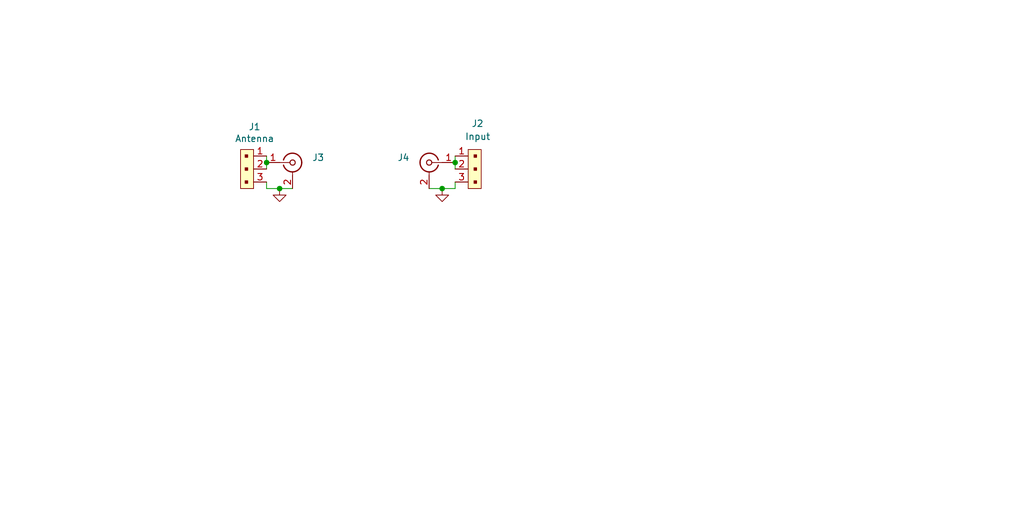
<source format=kicad_sch>
(kicad_sch (version 20240819) (generator "eeschema") (generator_version "8.99")
  (paper "User" 200 99.9998)
  (title_block (title "Test Board for 'Pluggable BPF'") (date "2024-09-29") (rev "V1.00") (company "VU3CER"))
  (lib_symbols
    (symbol "0022232031_1" (pin_names (offset 1.016))
      (property "Reference" "J1" (at -5.715 0.2032 90))
      (property "Value" "Antenna" (at -3.4036 0.2032 90))
      (symbol "0022232031_1_1_1"
        (rectangle (start -1.27 0) (end 6.35 -2.54) (fill (type background)))
        (rectangle (start -0.254 -1.143) (end 0.254 -1.651) (fill (type outline)))
        (rectangle (start 2.286 -1.143) (end 2.794 -1.651) (fill (type outline)))
        (rectangle (start 4.826 -1.143) (end 5.334 -1.651) (fill (type outline)))
        (pin passive line (at 0 2.54 270) (length 2.54) (name "~") (number "1"))
        (pin passive line (at 2.54 2.54 270) (length 2.54) (name "~") (number "2"))
        (pin passive line (at 5.08 2.54 270) (length 2.54) (name "~") (number "3"))
      )
    )
    (symbol "Connector:Conn_Coaxial" (pin_names (offset 1.016) hide)
      (property "Reference" "J" (at 0.254 3.048 0))
      (property "Value" "Conn_Coaxial" (at 2.921 0 90))
      (symbol "Conn_Coaxial_0_1"
        (polyline (pts (xy -2.54 0) (xy -0.508 0)))
        (arc (start 1.778 0) (mid 0.222 -1.8079) (end -1.778 -0.508) (stroke (width 0.254)))
        (arc (start -1.778 0.508) (mid 0.2221 1.8084) (end 1.778 0) (stroke (width 0.254)))
        (circle (center 0 0) (radius 0.508) (stroke (width 0.2032)))
        (polyline (pts (xy 0 -2.54) (xy 0 -1.778)))
      )
      (symbol "Conn_Coaxial_1_1"
        (pin passive line (at -5.08 0 0) (length 2.54) (name "In") (number "1"))
        (pin passive line (at 0 -5.08 90) (length 2.54) (name "Ext") (number "2"))
      )
    )
    (symbol "dk_Rectangular-Connectors-Headers-Male-Pins:0022232031" (pin_names (offset 1.016))
      (property "Reference" "J" (at -2.54 1.27 0))
      (property "Value" "0022232031" (at 2.54 -3.81 0))
      (symbol "0022232031_1_1"
        (rectangle (start -1.27 0) (end 6.35 -2.54) (fill (type background)))
        (rectangle (start -0.254 -1.143) (end 0.254 -1.651) (fill (type outline)))
        (rectangle (start 2.286 -1.143) (end 2.794 -1.651) (fill (type outline)))
        (rectangle (start 4.826 -1.143) (end 5.334 -1.651) (fill (type outline)))
        (pin passive line (at 0 2.54 270) (length 2.54) (name "~") (number "1"))
        (pin passive line (at 2.54 2.54 270) (length 2.54) (name "~") (number "2"))
        (pin passive line (at 5.08 2.54 270) (length 2.54) (name "~") (number "3"))
      )
    )
    (symbol "power:GND" (power) (pin_numbers hide) (pin_names (offset 0) hide)
      (property "Value" "GND" (at 0 -3.81 0))
      (symbol "GND_0_1"
        (polyline (pts (xy 0 0) (xy 0 -1.27) (xy 1.27 -1.27) (xy 0 -2.54) (xy -1.27 -1.27) (xy 0 -1.27)))
      )
      (symbol "GND_1_1"
        (pin power_in line (at 0 0 270) (length 0) (name "~") (number "1"))
      )
    )
  )
  (junction (at 54.61 36.83))
  (junction (at 88.9 31.75))
  (junction (at 86.36 36.83))
  (junction (at 52.07 31.75))
  (wire (pts (xy 83.82 36.83) (xy 86.36 36.83)))
  (wire (pts (xy 52.07 35.56) (xy 52.07 36.83)))
  (wire (pts (xy 54.61 36.83) (xy 57.15 36.83)))
  (wire (pts (xy 52.07 30.48) (xy 52.07 31.75)))
  (wire (pts (xy 52.07 31.75) (xy 52.07 33.02)))
  (wire (pts (xy 88.9 36.83) (xy 88.9 35.56)))
  (wire (pts (xy 52.07 36.83) (xy 54.61 36.83)))
  (wire (pts (xy 88.9 31.75) (xy 88.9 30.48)))
  (wire (pts (xy 86.36 36.83) (xy 88.9 36.83)))
  (wire (pts (xy 88.9 33.02) (xy 88.9 31.75)))
  (symbol (lib_id "dk_Rectangular-Connectors-Headers-Male-Pins:0022232031") (at 91.44 30.48 90) (mirror x) (unit 1)
    (property "Reference" "J2" (at 92.075 24.13 90) (effects (justify right)))
    (property "Value" "Input" (at 90.805 26.67 90) (effects (justify right)))
    (property "Footprint" "footprints:PinHeader_1x3_P2.54mm_Drill1.02mm_Modded_2" (effects (hide yes)))
    (property "Datasheet" "https://www.molex.com/pdm_docs/sd/022232031_sd.pdf" (effects (hide yes)))
    (property "Description" "CONN HEADER VERT 3POS 2.54MM" (effects (hide yes)))
    (property "Digi-Key_PN" "WM4201-ND" (effects (hide yes)))
    (property "MPN" "0022232031" (effects (hide yes)))
    (property "Category" "Connectors, Interconnects" (effects (hide yes)))
    (property "Family" "Rectangular Connectors - Headers, Male Pins" (effects (hide yes)))
    (property "DK_Datasheet_Link" "https://www.molex.com/pdm_docs/sd/022232031_sd.pdf" (effects (hide yes)))
    (property "DK_Detail_Page" "/product-detail/en/molex/0022232031/WM4201-ND/26669" (effects (hide yes)))
    (property "Manufacturer" "Molex" (effects (hide yes)))
    (property "Status" "Active" (effects (hide yes)))
  )
  (symbol (lib_name "0022232031_1") (lib_id "dk_Rectangular-Connectors-Headers-Male-Pins:0022232031") (at 49.53 30.48 270) (unit 1)
    (property "Reference" "J1" (at 49.7332 24.765 90))
    (property "Value" "Antenna" (at 49.7332 27.0764 90))
    (property "Footprint" "footprints:PinHeader_1x3_P2.54mm_Drill1.02mm_Modded_2" (effects (hide yes)))
    (property "Datasheet" "https://www.molex.com/pdm_docs/sd/022232031_sd.pdf" (effects (hide yes)))
    (property "Description" "CONN HEADER VERT 3POS 2.54MM" (effects (hide yes)))
    (property "Digi-Key_PN" "WM4201-ND" (effects (hide yes)))
    (property "MPN" "0022232031" (effects (hide yes)))
    (property "Category" "Connectors, Interconnects" (effects (hide yes)))
    (property "Family" "Rectangular Connectors - Headers, Male Pins" (effects (hide yes)))
    (property "DK_Datasheet_Link" "https://www.molex.com/pdm_docs/sd/022232031_sd.pdf" (effects (hide yes)))
    (property "DK_Detail_Page" "/product-detail/en/molex/0022232031/WM4201-ND/26669" (effects (hide yes)))
    (property "Manufacturer" "Molex" (effects (hide yes)))
    (property "Status" "Active" (effects (hide yes)))
  )
  (symbol (lib_id "power:GND") (at 54.61 36.83 0) (unit 1)
    (property "Reference" "#PWR01" (effects (hide yes)))
    (property "Value" "GND" (effects (hide yes)))
    (property "Description" "Power symbol creates a global label with name \"GND\" , ground" (effects (hide yes)))
  )
  (symbol (lib_id "power:GND") (at 86.36 36.83 0) (unit 1)
    (property "Reference" "#PWR02" (effects (hide yes)))
    (property "Value" "GND" (effects (hide yes)))
    (property "Description" "Power symbol creates a global label with name \"GND\" , ground" (effects (hide yes)))
  )
  (symbol (lib_id "Connector:Conn_Coaxial") (at 83.82 31.75 0) (mirror y) (unit 1)
    (property "Reference" "J4" (at 80.01 30.7731 0) (effects (justify left)))
    (property "Value" "Conn_Coaxial" (effects (hide yes)))
    (property "Footprint" "Connector_Coaxial:SMA_Samtec_SMA-J-P-H-ST-EM1_EdgeMount" (effects (hide yes)))
    (property "Description" "coaxial connector (BNC, SMA, SMB, SMC, Cinch/RCA, LEMO, ...)" (effects (hide yes)))
  )
  (symbol (lib_id "Connector:Conn_Coaxial") (at 57.15 31.75 0) (unit 1)
    (property "Reference" "J3" (at 60.96 30.7731 0) (effects (justify left)))
    (property "Value" "Conn_Coaxial" (effects (hide yes)))
    (property "Footprint" "Connector_Coaxial:SMA_Samtec_SMA-J-P-H-ST-EM1_EdgeMount" (effects (hide yes)))
    (property "Description" "coaxial connector (BNC, SMA, SMB, SMC, Cinch/RCA, LEMO, ...)" (effects (hide yes)))
  )
)
</source>
